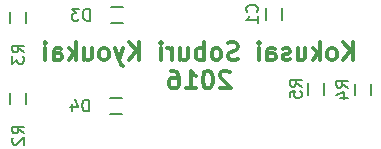
<source format=gbo>
G04 #@! TF.FileFunction,Legend,Bot*
%FSLAX46Y46*%
G04 Gerber Fmt 4.6, Leading zero omitted, Abs format (unit mm)*
G04 Created by KiCad (PCBNEW 4.0.2-stable) date 2016/05/22 12:46:19*
%MOMM*%
G01*
G04 APERTURE LIST*
%ADD10C,0.100000*%
%ADD11C,0.300000*%
%ADD12C,0.150000*%
G04 APERTURE END LIST*
D10*
D11*
X164546715Y-105333071D02*
X164546715Y-103833071D01*
X163689572Y-105333071D02*
X164332429Y-104475929D01*
X163689572Y-103833071D02*
X164546715Y-104690214D01*
X162832429Y-105333071D02*
X162975287Y-105261643D01*
X163046715Y-105190214D01*
X163118144Y-105047357D01*
X163118144Y-104618786D01*
X163046715Y-104475929D01*
X162975287Y-104404500D01*
X162832429Y-104333071D01*
X162618144Y-104333071D01*
X162475287Y-104404500D01*
X162403858Y-104475929D01*
X162332429Y-104618786D01*
X162332429Y-105047357D01*
X162403858Y-105190214D01*
X162475287Y-105261643D01*
X162618144Y-105333071D01*
X162832429Y-105333071D01*
X161689572Y-105333071D02*
X161689572Y-103833071D01*
X161546715Y-104761643D02*
X161118144Y-105333071D01*
X161118144Y-104333071D02*
X161689572Y-104904500D01*
X159832429Y-104333071D02*
X159832429Y-105333071D01*
X160475286Y-104333071D02*
X160475286Y-105118786D01*
X160403858Y-105261643D01*
X160261000Y-105333071D01*
X160046715Y-105333071D01*
X159903858Y-105261643D01*
X159832429Y-105190214D01*
X159189572Y-105261643D02*
X159046715Y-105333071D01*
X158761000Y-105333071D01*
X158618143Y-105261643D01*
X158546715Y-105118786D01*
X158546715Y-105047357D01*
X158618143Y-104904500D01*
X158761000Y-104833071D01*
X158975286Y-104833071D01*
X159118143Y-104761643D01*
X159189572Y-104618786D01*
X159189572Y-104547357D01*
X159118143Y-104404500D01*
X158975286Y-104333071D01*
X158761000Y-104333071D01*
X158618143Y-104404500D01*
X157261000Y-105333071D02*
X157261000Y-104547357D01*
X157332429Y-104404500D01*
X157475286Y-104333071D01*
X157761000Y-104333071D01*
X157903857Y-104404500D01*
X157261000Y-105261643D02*
X157403857Y-105333071D01*
X157761000Y-105333071D01*
X157903857Y-105261643D01*
X157975286Y-105118786D01*
X157975286Y-104975929D01*
X157903857Y-104833071D01*
X157761000Y-104761643D01*
X157403857Y-104761643D01*
X157261000Y-104690214D01*
X156546714Y-105333071D02*
X156546714Y-104333071D01*
X156546714Y-103833071D02*
X156618143Y-103904500D01*
X156546714Y-103975929D01*
X156475286Y-103904500D01*
X156546714Y-103833071D01*
X156546714Y-103975929D01*
X154761000Y-105261643D02*
X154546714Y-105333071D01*
X154189571Y-105333071D01*
X154046714Y-105261643D01*
X153975285Y-105190214D01*
X153903857Y-105047357D01*
X153903857Y-104904500D01*
X153975285Y-104761643D01*
X154046714Y-104690214D01*
X154189571Y-104618786D01*
X154475285Y-104547357D01*
X154618143Y-104475929D01*
X154689571Y-104404500D01*
X154761000Y-104261643D01*
X154761000Y-104118786D01*
X154689571Y-103975929D01*
X154618143Y-103904500D01*
X154475285Y-103833071D01*
X154118143Y-103833071D01*
X153903857Y-103904500D01*
X153046714Y-105333071D02*
X153189572Y-105261643D01*
X153261000Y-105190214D01*
X153332429Y-105047357D01*
X153332429Y-104618786D01*
X153261000Y-104475929D01*
X153189572Y-104404500D01*
X153046714Y-104333071D01*
X152832429Y-104333071D01*
X152689572Y-104404500D01*
X152618143Y-104475929D01*
X152546714Y-104618786D01*
X152546714Y-105047357D01*
X152618143Y-105190214D01*
X152689572Y-105261643D01*
X152832429Y-105333071D01*
X153046714Y-105333071D01*
X151903857Y-105333071D02*
X151903857Y-103833071D01*
X151903857Y-104404500D02*
X151761000Y-104333071D01*
X151475286Y-104333071D01*
X151332429Y-104404500D01*
X151261000Y-104475929D01*
X151189571Y-104618786D01*
X151189571Y-105047357D01*
X151261000Y-105190214D01*
X151332429Y-105261643D01*
X151475286Y-105333071D01*
X151761000Y-105333071D01*
X151903857Y-105261643D01*
X149903857Y-104333071D02*
X149903857Y-105333071D01*
X150546714Y-104333071D02*
X150546714Y-105118786D01*
X150475286Y-105261643D01*
X150332428Y-105333071D01*
X150118143Y-105333071D01*
X149975286Y-105261643D01*
X149903857Y-105190214D01*
X149189571Y-105333071D02*
X149189571Y-104333071D01*
X149189571Y-104618786D02*
X149118143Y-104475929D01*
X149046714Y-104404500D01*
X148903857Y-104333071D01*
X148761000Y-104333071D01*
X148261000Y-105333071D02*
X148261000Y-104333071D01*
X148261000Y-103833071D02*
X148332429Y-103904500D01*
X148261000Y-103975929D01*
X148189572Y-103904500D01*
X148261000Y-103833071D01*
X148261000Y-103975929D01*
X146403857Y-105333071D02*
X146403857Y-103833071D01*
X145546714Y-105333071D02*
X146189571Y-104475929D01*
X145546714Y-103833071D02*
X146403857Y-104690214D01*
X145046714Y-104333071D02*
X144689571Y-105333071D01*
X144332429Y-104333071D02*
X144689571Y-105333071D01*
X144832429Y-105690214D01*
X144903857Y-105761643D01*
X145046714Y-105833071D01*
X143546714Y-105333071D02*
X143689572Y-105261643D01*
X143761000Y-105190214D01*
X143832429Y-105047357D01*
X143832429Y-104618786D01*
X143761000Y-104475929D01*
X143689572Y-104404500D01*
X143546714Y-104333071D01*
X143332429Y-104333071D01*
X143189572Y-104404500D01*
X143118143Y-104475929D01*
X143046714Y-104618786D01*
X143046714Y-105047357D01*
X143118143Y-105190214D01*
X143189572Y-105261643D01*
X143332429Y-105333071D01*
X143546714Y-105333071D01*
X141761000Y-104333071D02*
X141761000Y-105333071D01*
X142403857Y-104333071D02*
X142403857Y-105118786D01*
X142332429Y-105261643D01*
X142189571Y-105333071D01*
X141975286Y-105333071D01*
X141832429Y-105261643D01*
X141761000Y-105190214D01*
X141046714Y-105333071D02*
X141046714Y-103833071D01*
X140903857Y-104761643D02*
X140475286Y-105333071D01*
X140475286Y-104333071D02*
X141046714Y-104904500D01*
X139189571Y-105333071D02*
X139189571Y-104547357D01*
X139261000Y-104404500D01*
X139403857Y-104333071D01*
X139689571Y-104333071D01*
X139832428Y-104404500D01*
X139189571Y-105261643D02*
X139332428Y-105333071D01*
X139689571Y-105333071D01*
X139832428Y-105261643D01*
X139903857Y-105118786D01*
X139903857Y-104975929D01*
X139832428Y-104833071D01*
X139689571Y-104761643D01*
X139332428Y-104761643D01*
X139189571Y-104690214D01*
X138475285Y-105333071D02*
X138475285Y-104333071D01*
X138475285Y-103833071D02*
X138546714Y-103904500D01*
X138475285Y-103975929D01*
X138403857Y-103904500D01*
X138475285Y-103833071D01*
X138475285Y-103975929D01*
X154082428Y-106375929D02*
X154010999Y-106304500D01*
X153868142Y-106233071D01*
X153510999Y-106233071D01*
X153368142Y-106304500D01*
X153296713Y-106375929D01*
X153225285Y-106518786D01*
X153225285Y-106661643D01*
X153296713Y-106875929D01*
X154153856Y-107733071D01*
X153225285Y-107733071D01*
X152296714Y-106233071D02*
X152153857Y-106233071D01*
X152011000Y-106304500D01*
X151939571Y-106375929D01*
X151868142Y-106518786D01*
X151796714Y-106804500D01*
X151796714Y-107161643D01*
X151868142Y-107447357D01*
X151939571Y-107590214D01*
X152011000Y-107661643D01*
X152153857Y-107733071D01*
X152296714Y-107733071D01*
X152439571Y-107661643D01*
X152511000Y-107590214D01*
X152582428Y-107447357D01*
X152653857Y-107161643D01*
X152653857Y-106804500D01*
X152582428Y-106518786D01*
X152511000Y-106375929D01*
X152439571Y-106304500D01*
X152296714Y-106233071D01*
X150368143Y-107733071D02*
X151225286Y-107733071D01*
X150796714Y-107733071D02*
X150796714Y-106233071D01*
X150939571Y-106447357D01*
X151082429Y-106590214D01*
X151225286Y-106661643D01*
X149082429Y-106233071D02*
X149368143Y-106233071D01*
X149511000Y-106304500D01*
X149582429Y-106375929D01*
X149725286Y-106590214D01*
X149796715Y-106875929D01*
X149796715Y-107447357D01*
X149725286Y-107590214D01*
X149653858Y-107661643D01*
X149511000Y-107733071D01*
X149225286Y-107733071D01*
X149082429Y-107661643D01*
X149011000Y-107590214D01*
X148939572Y-107447357D01*
X148939572Y-107090214D01*
X149011000Y-106947357D01*
X149082429Y-106875929D01*
X149225286Y-106804500D01*
X149511000Y-106804500D01*
X149653858Y-106875929D01*
X149725286Y-106947357D01*
X149796715Y-107090214D01*
D12*
X135469000Y-108085000D02*
X135469000Y-109085000D01*
X136819000Y-109085000D02*
X136819000Y-108085000D01*
X157123000Y-100910000D02*
X157123000Y-101910000D01*
X158473000Y-101910000D02*
X158473000Y-100910000D01*
X135469000Y-101227000D02*
X135469000Y-102227000D01*
X136819000Y-102227000D02*
X136819000Y-101227000D01*
X164679000Y-107323000D02*
X164679000Y-108323000D01*
X166029000Y-108323000D02*
X166029000Y-107323000D01*
X145026000Y-100861000D02*
X144026000Y-100861000D01*
X144026000Y-102211000D02*
X145026000Y-102211000D01*
X144962000Y-108545000D02*
X143962000Y-108545000D01*
X143962000Y-109895000D02*
X144962000Y-109895000D01*
X160742000Y-107302500D02*
X160742000Y-108302500D01*
X162092000Y-108302500D02*
X162092000Y-107302500D01*
X136659881Y-111529834D02*
X136183690Y-111196500D01*
X136659881Y-110958405D02*
X135659881Y-110958405D01*
X135659881Y-111339358D01*
X135707500Y-111434596D01*
X135755119Y-111482215D01*
X135850357Y-111529834D01*
X135993214Y-111529834D01*
X136088452Y-111482215D01*
X136136071Y-111434596D01*
X136183690Y-111339358D01*
X136183690Y-110958405D01*
X135755119Y-111910786D02*
X135707500Y-111958405D01*
X135659881Y-112053643D01*
X135659881Y-112291739D01*
X135707500Y-112386977D01*
X135755119Y-112434596D01*
X135850357Y-112482215D01*
X135945595Y-112482215D01*
X136088452Y-112434596D01*
X136659881Y-111863167D01*
X136659881Y-112482215D01*
X156377143Y-101243334D02*
X156424762Y-101195715D01*
X156472381Y-101052858D01*
X156472381Y-100957620D01*
X156424762Y-100814762D01*
X156329524Y-100719524D01*
X156234286Y-100671905D01*
X156043810Y-100624286D01*
X155900952Y-100624286D01*
X155710476Y-100671905D01*
X155615238Y-100719524D01*
X155520000Y-100814762D01*
X155472381Y-100957620D01*
X155472381Y-101052858D01*
X155520000Y-101195715D01*
X155567619Y-101243334D01*
X156472381Y-102195715D02*
X156472381Y-101624286D01*
X156472381Y-101910000D02*
X155472381Y-101910000D01*
X155615238Y-101814762D01*
X155710476Y-101719524D01*
X155758095Y-101624286D01*
X136659881Y-104671834D02*
X136183690Y-104338500D01*
X136659881Y-104100405D02*
X135659881Y-104100405D01*
X135659881Y-104481358D01*
X135707500Y-104576596D01*
X135755119Y-104624215D01*
X135850357Y-104671834D01*
X135993214Y-104671834D01*
X136088452Y-104624215D01*
X136136071Y-104576596D01*
X136183690Y-104481358D01*
X136183690Y-104100405D01*
X135659881Y-105005167D02*
X135659881Y-105624215D01*
X136040833Y-105290881D01*
X136040833Y-105433739D01*
X136088452Y-105528977D01*
X136136071Y-105576596D01*
X136231310Y-105624215D01*
X136469405Y-105624215D01*
X136564643Y-105576596D01*
X136612262Y-105528977D01*
X136659881Y-105433739D01*
X136659881Y-105148024D01*
X136612262Y-105052786D01*
X136564643Y-105005167D01*
X164091881Y-107656334D02*
X163615690Y-107323000D01*
X164091881Y-107084905D02*
X163091881Y-107084905D01*
X163091881Y-107465858D01*
X163139500Y-107561096D01*
X163187119Y-107608715D01*
X163282357Y-107656334D01*
X163425214Y-107656334D01*
X163520452Y-107608715D01*
X163568071Y-107561096D01*
X163615690Y-107465858D01*
X163615690Y-107084905D01*
X163425214Y-108513477D02*
X164091881Y-108513477D01*
X163044262Y-108275381D02*
X163758548Y-108037286D01*
X163758548Y-108656334D01*
X142216095Y-101988381D02*
X142216095Y-100988381D01*
X141978000Y-100988381D01*
X141835142Y-101036000D01*
X141739904Y-101131238D01*
X141692285Y-101226476D01*
X141644666Y-101416952D01*
X141644666Y-101559810D01*
X141692285Y-101750286D01*
X141739904Y-101845524D01*
X141835142Y-101940762D01*
X141978000Y-101988381D01*
X142216095Y-101988381D01*
X141311333Y-100988381D02*
X140692285Y-100988381D01*
X141025619Y-101369333D01*
X140882761Y-101369333D01*
X140787523Y-101416952D01*
X140739904Y-101464571D01*
X140692285Y-101559810D01*
X140692285Y-101797905D01*
X140739904Y-101893143D01*
X140787523Y-101940762D01*
X140882761Y-101988381D01*
X141168476Y-101988381D01*
X141263714Y-101940762D01*
X141311333Y-101893143D01*
X142152095Y-109672381D02*
X142152095Y-108672381D01*
X141914000Y-108672381D01*
X141771142Y-108720000D01*
X141675904Y-108815238D01*
X141628285Y-108910476D01*
X141580666Y-109100952D01*
X141580666Y-109243810D01*
X141628285Y-109434286D01*
X141675904Y-109529524D01*
X141771142Y-109624762D01*
X141914000Y-109672381D01*
X142152095Y-109672381D01*
X140723523Y-109005714D02*
X140723523Y-109672381D01*
X140961619Y-108624762D02*
X141199714Y-109339048D01*
X140580666Y-109339048D01*
X160154881Y-107572334D02*
X159678690Y-107239000D01*
X160154881Y-107000905D02*
X159154881Y-107000905D01*
X159154881Y-107381858D01*
X159202500Y-107477096D01*
X159250119Y-107524715D01*
X159345357Y-107572334D01*
X159488214Y-107572334D01*
X159583452Y-107524715D01*
X159631071Y-107477096D01*
X159678690Y-107381858D01*
X159678690Y-107000905D01*
X159154881Y-108477096D02*
X159154881Y-108000905D01*
X159631071Y-107953286D01*
X159583452Y-108000905D01*
X159535833Y-108096143D01*
X159535833Y-108334239D01*
X159583452Y-108429477D01*
X159631071Y-108477096D01*
X159726310Y-108524715D01*
X159964405Y-108524715D01*
X160059643Y-108477096D01*
X160107262Y-108429477D01*
X160154881Y-108334239D01*
X160154881Y-108096143D01*
X160107262Y-108000905D01*
X160059643Y-107953286D01*
M02*

</source>
